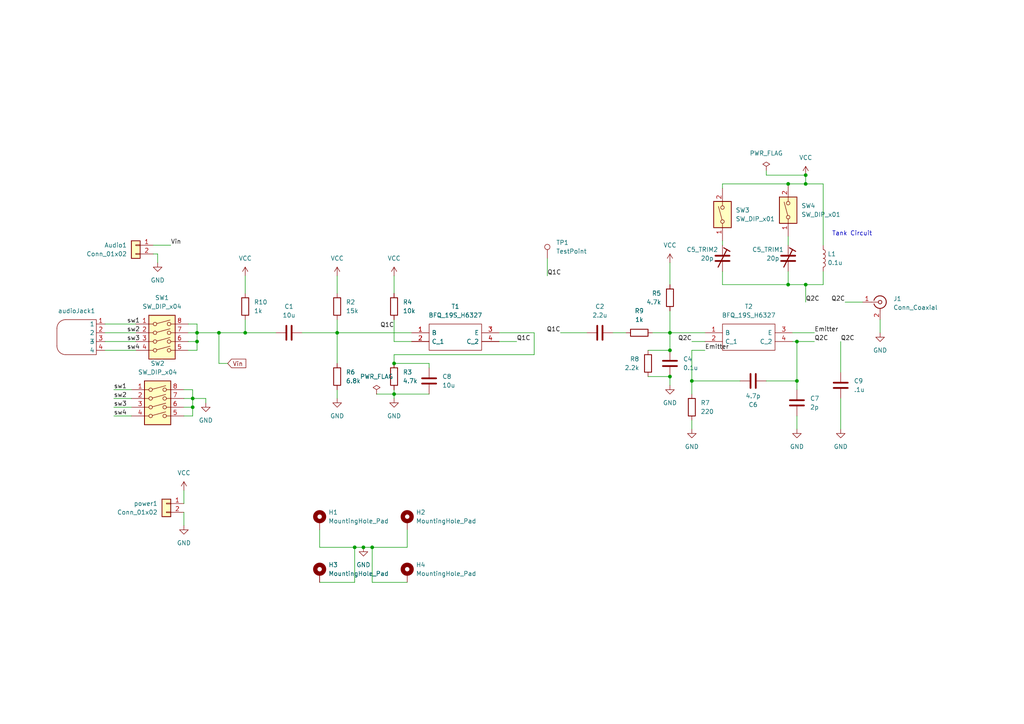
<source format=kicad_sch>
(kicad_sch (version 20230121) (generator eeschema)
  (paper "A4")
  (lib_symbols
    (symbol "BFQ_19S_H6327:BFQ_19S_H6327" (pin_names (offset 0.762))
      (property "Reference" "T" (at 21.59 7.62 0))
      (property "Value" "BFQ_19S_H6327" (at 21.59 5.08 0))
      (symbol "BFQ_19S_H6327_0_0"
        (pin passive line (at 0 0 0) (length 5.08) (name "B") (number "1"))
        (pin passive line (at 0 -2.54 0) (length 5.08) (name "C_1") (number "2"))
        (pin passive line (at 25.4 0 180) (length 5.08) (name "E") (number "3"))
        (pin passive line (at 25.4 -2.54 180) (length 5.08) (name "C_2") (number "4"))
      )
      (symbol "BFQ_19S_H6327_0_1"
        (polyline (pts (xy 5.08 2.54) (xy 20.32 2.54) (xy 20.32 -5.08) (xy 5.08 -5.08) (xy 5.08 2.54)) (stroke (width 0.1524)))
      )
    )
    (symbol "Connector:Conn_Coaxial" (pin_names (offset 1.016) hide)
      (property "Reference" "J" (at 0.254 3.048 0))
      (property "Value" "Conn_Coaxial" (at 2.921 0 90))
      (symbol "Conn_Coaxial_0_1"
        (arc (start -1.778 -0.508) (mid 0.2311 -1.8066) (end 1.778 0) (stroke (width 0.254)))
        (polyline (pts (xy -2.54 0) (xy -0.508 0)))
        (polyline (pts (xy 0 -2.54) (xy 0 -1.778)))
        (circle (center 0 0) (radius 0.508) (stroke (width 0.2032)))
        (arc (start 1.778 0) (mid 0.2099 1.8101) (end -1.778 0.508) (stroke (width 0.254)))
      )
      (symbol "Conn_Coaxial_1_1"
        (pin passive line (at -5.08 0 0) (length 2.54) (name "In") (number "1"))
        (pin passive line (at 0 -5.08 90) (length 2.54) (name "Ext") (number "2"))
      )
    )
    (symbol "Connector:TestPoint" (pin_numbers hide) (pin_names (offset 0.762) hide)
      (property "Reference" "TP" (at 0 6.858 0))
      (property "Value" "TestPoint" (at 0 5.08 0))
      (symbol "TestPoint_0_1"
        (circle (center 0 3.302) (radius 0.762))
      )
      (symbol "TestPoint_1_1"
        (pin passive line (at 0 0 90) (length 2.54) (name "1") (number "1"))
      )
    )
    (symbol "Connector_Generic:Conn_01x02" (pin_names (offset 1.016) hide)
      (property "Reference" "J" (at 0 2.54 0))
      (property "Value" "Conn_01x02" (at 0 -5.08 0))
      (symbol "Conn_01x02_1_1"
        (rectangle (start -1.27 -2.413) (end 0 -2.667) (stroke (width 0.1524)))
        (rectangle (start -1.27 0.127) (end 0 -0.127) (stroke (width 0.1524)))
        (rectangle (start -1.27 1.27) (end 1.27 -3.81) (stroke (width 0.254)) (fill (type background)))
        (pin passive line (at -5.08 0 0) (length 3.81) (name "Pin_1") (number "1"))
        (pin passive line (at -5.08 -2.54 0) (length 3.81) (name "Pin_2") (number "2"))
      )
    )
    (symbol "Device:C" (pin_numbers hide) (pin_names (offset 0.254))
      (property "Reference" "C" (at 0.635 2.54 0))
      (property "Value" "C" (at 0.635 -2.54 0))
      (symbol "C_0_1"
        (polyline (pts (xy -2.032 -0.762) (xy 2.032 -0.762)) (stroke (width 0.508)))
        (polyline (pts (xy -2.032 0.762) (xy 2.032 0.762)) (stroke (width 0.508)))
      )
      (symbol "C_1_1"
        (pin passive line (at 0 3.81 270) (length 2.794) (name "~") (number "1"))
        (pin passive line (at 0 -3.81 90) (length 2.794) (name "~") (number "2"))
      )
    )
    (symbol "Device:C_Trim" (pin_numbers hide) (pin_names (offset 0.254) hide)
      (property "Reference" "C" (at 1.524 -2.032 0))
      (property "Value" "C_Trim" (at 3.048 -3.556 0))
      (symbol "C_Trim_0_1"
        (polyline (pts (xy -2.032 -0.762) (xy 2.032 -0.762)) (stroke (width 0.508)))
        (polyline (pts (xy -2.032 0.762) (xy 2.032 0.762)) (stroke (width 0.508)))
        (polyline (pts (xy 1.27 2.54) (xy -1.27 -2.54)) (stroke (width 0.3048)))
        (polyline (pts (xy 1.27 2.54) (xy 0.381 3.048)) (stroke (width 0.3048)))
        (polyline (pts (xy 1.27 2.54) (xy 2.159 2.032)) (stroke (width 0.3048)))
      )
      (symbol "C_Trim_1_1"
        (pin passive line (at 0 3.81 270) (length 3.048) (name "~") (number "1"))
        (pin passive line (at 0 -3.81 90) (length 3.048) (name "~") (number "2"))
      )
    )
    (symbol "Device:L" (pin_numbers hide) (pin_names (offset 1.016) hide)
      (property "Reference" "L" (at -1.27 0 90))
      (property "Value" "L" (at 1.905 0 90))
      (symbol "L_0_1"
        (arc (start 0 -2.54) (mid 0.6323 -1.905) (end 0 -1.27))
        (arc (start 0 -1.27) (mid 0.6323 -0.635) (end 0 0))
        (arc (start 0 0) (mid 0.6323 0.635) (end 0 1.27))
        (arc (start 0 1.27) (mid 0.6323 1.905) (end 0 2.54))
      )
      (symbol "L_1_1"
        (pin passive line (at 0 3.81 270) (length 1.27) (name "1") (number "1"))
        (pin passive line (at 0 -3.81 90) (length 1.27) (name "2") (number "2"))
      )
    )
    (symbol "Device:R" (pin_numbers hide) (pin_names (offset 0))
      (property "Reference" "R" (at 2.032 0 90))
      (property "Value" "R" (at 0 0 90))
      (symbol "R_0_1"
        (rectangle (start -1.016 -2.54) (end 1.016 2.54) (stroke (width 0.254)))
      )
      (symbol "R_1_1"
        (pin passive line (at 0 3.81 270) (length 1.27) (name "~") (number "1"))
        (pin passive line (at 0 -3.81 90) (length 1.27) (name "~") (number "2"))
      )
    )
    (symbol "Mechanical:MountingHole_Pad" (pin_numbers hide) (pin_names (offset 1.016) hide)
      (property "Reference" "H" (at 0 6.35 0))
      (property "Value" "MountingHole_Pad" (at 0 4.445 0))
      (symbol "MountingHole_Pad_0_1"
        (circle (center 0 1.27) (radius 1.27) (stroke (width 1.27)))
      )
      (symbol "MountingHole_Pad_1_1"
        (pin input line (at 0 -2.54 90) (length 2.54) (name "1") (number "1"))
      )
    )
    (symbol "Switch:SW_DIP_x01" (pin_names (offset 0) hide)
      (property "Reference" "SW" (at 0 3.81 0))
      (property "Value" "SW_DIP_x01" (at 0 -3.81 0))
      (symbol "SW_DIP_x01_0_0"
        (circle (center -2.032 0) (radius 0.508))
        (polyline (pts (xy -1.524 0.127) (xy 2.3622 1.1684)))
        (circle (center 2.032 0) (radius 0.508))
      )
      (symbol "SW_DIP_x01_0_1"
        (rectangle (start -3.81 2.54) (end 3.81 -2.54) (stroke (width 0.254)) (fill (type background)))
      )
      (symbol "SW_DIP_x01_1_1"
        (pin passive line (at -7.62 0 0) (length 5.08) (name "~") (number "1"))
        (pin passive line (at 7.62 0 180) (length 5.08) (name "~") (number "2"))
      )
    )
    (symbol "Switch:SW_DIP_x04" (pin_names (offset 0) hide)
      (property "Reference" "SW" (at 0 8.89 0))
      (property "Value" "SW_DIP_x04" (at 0 -6.35 0))
      (symbol "SW_DIP_x04_0_0"
        (circle (center -2.032 -2.54) (radius 0.508))
        (circle (center -2.032 0) (radius 0.508))
        (circle (center -2.032 2.54) (radius 0.508))
        (circle (center -2.032 5.08) (radius 0.508))
        (polyline (pts (xy -1.524 -2.3876) (xy 2.3622 -1.3462)))
        (polyline (pts (xy -1.524 0.127) (xy 2.3622 1.1684)))
        (polyline (pts (xy -1.524 2.667) (xy 2.3622 3.7084)))
        (polyline (pts (xy -1.524 5.207) (xy 2.3622 6.2484)))
        (circle (center 2.032 -2.54) (radius 0.508))
        (circle (center 2.032 0) (radius 0.508))
        (circle (center 2.032 2.54) (radius 0.508))
        (circle (center 2.032 5.08) (radius 0.508))
      )
      (symbol "SW_DIP_x04_0_1"
        (rectangle (start -3.81 7.62) (end 3.81 -5.08) (stroke (width 0.254)) (fill (type background)))
      )
      (symbol "SW_DIP_x04_1_1"
        (pin passive line (at -7.62 5.08 0) (length 5.08) (name "~") (number "1"))
        (pin passive line (at -7.62 2.54 0) (length 5.08) (name "~") (number "2"))
        (pin passive line (at -7.62 0 0) (length 5.08) (name "~") (number "3"))
        (pin passive line (at -7.62 -2.54 0) (length 5.08) (name "~") (number "4"))
        (pin passive line (at 7.62 -2.54 180) (length 5.08) (name "~") (number "5"))
        (pin passive line (at 7.62 0 180) (length 5.08) (name "~") (number "6"))
        (pin passive line (at 7.62 2.54 180) (length 5.08) (name "~") (number "7"))
        (pin passive line (at 7.62 5.08 180) (length 5.08) (name "~") (number "8"))
      )
    )
    (symbol "audio_jack_3.5mm:audio_jack"
      (property "Reference" "audioJack" (at 0 0 0))
      (symbol "audio_jack_0_1"
        (arc (start -5.7148 3.8102) (mid -4.9709 2.0141) (end -3.1748 1.2702))
        (arc (start -3.175 11.43) (mid -4.9711 10.6861) (end -5.715 8.89))
        (polyline (pts (xy -5.715 8.89) (xy -5.715 3.81)))
        (polyline (pts (xy -3.175 1.27) (xy 5.715 1.27) (xy 5.715 11.43) (xy -3.175 11.43)))
      )
      (symbol "audio_jack_1_1"
        (pin output line (at 8.255 10.16 180) (length 2.54) (name "1") (number "1"))
        (pin output line (at 8.255 7.62 180) (length 2.54) (name "2") (number "2"))
        (pin output line (at 8.255 5.08 180) (length 2.54) (name "3") (number "3"))
        (pin output line (at 8.255 2.54 180) (length 2.54) (name "4") (number "4"))
      )
    )
    (symbol "power:GND" (power) (pin_names (offset 0))
      (property "Value" "GND" (at 0 -3.81 0))
      (symbol "GND_0_1"
        (polyline (pts (xy 0 0) (xy 0 -1.27) (xy 1.27 -1.27) (xy 0 -2.54) (xy -1.27 -1.27) (xy 0 -1.27)))
      )
      (symbol "GND_1_1"
        (pin power_in line (at 0 0 270) (length 0) hide (name "GND") (number "1"))
      )
    )
    (symbol "power:PWR_FLAG" (power) (pin_numbers hide) (pin_names (offset 0) hide)
      (property "Value" "PWR_FLAG" (at 0 3.81 0))
      (symbol "PWR_FLAG_0_0"
        (pin power_out line (at 0 0 90) (length 0) (name "pwr") (number "1"))
      )
      (symbol "PWR_FLAG_0_1"
        (polyline (pts (xy 0 0) (xy 0 1.27) (xy -1.016 1.905) (xy 0 2.54) (xy 1.016 1.905) (xy 0 1.27)))
      )
    )
    (symbol "power:VCC" (power) (pin_names (offset 0))
      (property "Value" "VCC" (at 0 3.81 0))
      (symbol "VCC_0_1"
        (polyline (pts (xy -0.762 1.27) (xy 0 2.54)))
        (polyline (pts (xy 0 0) (xy 0 2.54)))
        (polyline (pts (xy 0 2.54) (xy 0.762 1.27)))
      )
      (symbol "VCC_1_1"
        (pin power_in line (at 0 0 90) (length 0) hide (name "VCC") (number "1"))
      )
    )
  )
  (junction (at 194.31 96.52))
  (junction (at 114.3 105.41))
  (junction (at 233.68 82.55))
  (junction (at 228.6 53.34))
  (junction (at 231.14 110.49))
  (junction (at 114.3 114.3))
  (junction (at 102.87 158.75))
  (junction (at 233.68 53.34))
  (junction (at 194.31 109.22))
  (junction (at 231.14 99.06))
  (junction (at 105.41 158.75))
  (junction (at 55.88 118.11))
  (junction (at 97.79 96.52))
  (junction (at 233.68 50.8))
  (junction (at 63.5 96.52))
  (junction (at 57.15 99.06))
  (junction (at 57.15 96.52))
  (junction (at 55.88 115.57))
  (junction (at 107.95 158.75))
  (junction (at 194.31 101.6))
  (junction (at 71.12 96.52))
  (junction (at 228.6 82.55))
  (junction (at 200.66 110.49))
  (wire (pts (xy 54.61 101.6) (xy 57.15 101.6)))
  (wire (pts (xy 57.15 96.52) (xy 63.5 96.52)))
  (wire (pts (xy 57.15 93.98) (xy 57.15 96.52)))
  (wire (pts (xy 97.79 113.03) (xy 97.79 115.57)))
  (wire (pts (xy 55.88 115.57) (xy 55.88 118.11)))
  (wire (pts (xy 162.56 96.52) (xy 170.18 96.52)))
  (wire (pts (xy 30.48 93.98) (xy 39.37 93.98)))
  (wire (pts (xy 30.48 101.6) (xy 39.37 101.6)))
  (wire (pts (xy 194.31 96.52) (xy 204.47 96.52)))
  (wire (pts (xy 231.14 99.06) (xy 236.22 99.06)))
  (wire (pts (xy 92.71 158.75) (xy 102.87 158.75)))
  (wire (pts (xy 57.15 96.52) (xy 57.15 99.06)))
  (wire (pts (xy 228.6 53.34) (xy 233.68 53.34)))
  (wire (pts (xy 209.55 82.55) (xy 228.6 82.55)))
  (wire (pts (xy 44.45 73.66) (xy 45.72 73.66)))
  (wire (pts (xy 114.3 105.41) (xy 124.46 105.41)))
  (wire (pts (xy 66.04 105.41) (xy 63.5 105.41)))
  (wire (pts (xy 154.94 96.52) (xy 154.94 102.87)))
  (wire (pts (xy 194.31 90.17) (xy 194.31 96.52)))
  (wire (pts (xy 209.55 53.34) (xy 228.6 53.34)))
  (wire (pts (xy 233.68 82.55) (xy 228.6 82.55)))
  (wire (pts (xy 200.66 99.06) (xy 204.47 99.06)))
  (wire (pts (xy 33.02 115.57) (xy 38.1 115.57)))
  (wire (pts (xy 177.8 96.52) (xy 181.61 96.52)))
  (wire (pts (xy 53.34 115.57) (xy 55.88 115.57)))
  (wire (pts (xy 114.3 113.03) (xy 114.3 114.3)))
  (wire (pts (xy 57.15 96.52) (xy 54.61 96.52)))
  (wire (pts (xy 59.69 116.84) (xy 59.69 115.57)))
  (wire (pts (xy 57.15 101.6) (xy 57.15 99.06)))
  (wire (pts (xy 209.55 69.85) (xy 209.55 71.12)))
  (wire (pts (xy 187.96 109.22) (xy 194.31 109.22)))
  (wire (pts (xy 71.12 96.52) (xy 71.12 92.71)))
  (wire (pts (xy 30.48 99.06) (xy 39.37 99.06)))
  (wire (pts (xy 63.5 105.41) (xy 63.5 96.52)))
  (wire (pts (xy 233.68 82.55) (xy 233.68 87.63)))
  (wire (pts (xy 107.95 158.75) (xy 105.41 158.75)))
  (wire (pts (xy 71.12 80.01) (xy 71.12 85.09)))
  (wire (pts (xy 97.79 96.52) (xy 97.79 105.41)))
  (wire (pts (xy 209.55 78.74) (xy 209.55 82.55)))
  (wire (pts (xy 55.88 118.11) (xy 55.88 120.65)))
  (wire (pts (xy 107.95 168.91) (xy 107.95 158.75)))
  (wire (pts (xy 233.68 50.8) (xy 233.68 53.34)))
  (wire (pts (xy 102.87 168.91) (xy 102.87 158.75)))
  (wire (pts (xy 222.25 110.49) (xy 231.14 110.49)))
  (wire (pts (xy 87.63 96.52) (xy 97.79 96.52)))
  (wire (pts (xy 189.23 96.52) (xy 194.31 96.52)))
  (wire (pts (xy 233.68 53.34) (xy 238.76 53.34)))
  (wire (pts (xy 97.79 92.71) (xy 97.79 96.52)))
  (wire (pts (xy 228.6 82.55) (xy 228.6 78.74)))
  (wire (pts (xy 114.3 114.3) (xy 114.3 115.57)))
  (wire (pts (xy 200.66 101.6) (xy 204.47 101.6)))
  (wire (pts (xy 124.46 106.68) (xy 124.46 105.41)))
  (wire (pts (xy 92.71 153.67) (xy 92.71 158.75)))
  (wire (pts (xy 222.25 49.53) (xy 222.25 50.8)))
  (wire (pts (xy 114.3 92.71) (xy 114.3 99.06)))
  (wire (pts (xy 102.87 158.75) (xy 105.41 158.75)))
  (wire (pts (xy 118.11 158.75) (xy 107.95 158.75)))
  (wire (pts (xy 194.31 96.52) (xy 194.31 101.6)))
  (wire (pts (xy 222.25 50.8) (xy 233.68 50.8)))
  (wire (pts (xy 229.87 99.06) (xy 231.14 99.06)))
  (wire (pts (xy 53.34 120.65) (xy 55.88 120.65)))
  (wire (pts (xy 231.14 99.06) (xy 231.14 110.49)))
  (wire (pts (xy 200.66 110.49) (xy 214.63 110.49)))
  (wire (pts (xy 229.87 96.52) (xy 236.22 96.52)))
  (wire (pts (xy 154.94 96.52) (xy 144.78 96.52)))
  (wire (pts (xy 118.11 153.67) (xy 118.11 158.75)))
  (wire (pts (xy 53.34 148.59) (xy 53.34 152.4)))
  (wire (pts (xy 187.96 101.6) (xy 194.31 101.6)))
  (wire (pts (xy 144.78 99.06) (xy 149.86 99.06)))
  (wire (pts (xy 231.14 120.65) (xy 231.14 124.46)))
  (wire (pts (xy 33.02 113.03) (xy 38.1 113.03)))
  (wire (pts (xy 55.88 113.03) (xy 55.88 115.57)))
  (wire (pts (xy 238.76 53.34) (xy 238.76 71.12)))
  (wire (pts (xy 53.34 142.24) (xy 53.34 146.05)))
  (wire (pts (xy 228.6 68.58) (xy 228.6 71.12)))
  (wire (pts (xy 59.69 115.57) (xy 55.88 115.57)))
  (wire (pts (xy 238.76 78.74) (xy 238.76 82.55)))
  (wire (pts (xy 92.71 168.91) (xy 102.87 168.91)))
  (wire (pts (xy 44.45 71.12) (xy 49.53 71.12)))
  (wire (pts (xy 200.66 121.92) (xy 200.66 124.46)))
  (wire (pts (xy 63.5 96.52) (xy 71.12 96.52)))
  (wire (pts (xy 243.84 115.57) (xy 243.84 124.46)))
  (wire (pts (xy 238.76 82.55) (xy 233.68 82.55)))
  (wire (pts (xy 114.3 80.01) (xy 114.3 85.09)))
  (wire (pts (xy 30.48 96.52) (xy 39.37 96.52)))
  (wire (pts (xy 255.27 92.71) (xy 255.27 96.52)))
  (wire (pts (xy 97.79 96.52) (xy 119.38 96.52)))
  (wire (pts (xy 54.61 93.98) (xy 57.15 93.98)))
  (wire (pts (xy 118.11 168.91) (xy 107.95 168.91)))
  (wire (pts (xy 114.3 99.06) (xy 119.38 99.06)))
  (wire (pts (xy 194.31 109.22) (xy 194.31 111.76)))
  (wire (pts (xy 109.22 114.3) (xy 114.3 114.3)))
  (wire (pts (xy 209.55 54.61) (xy 209.55 53.34)))
  (wire (pts (xy 231.14 110.49) (xy 231.14 113.03)))
  (wire (pts (xy 114.3 114.3) (xy 124.46 114.3)))
  (wire (pts (xy 33.02 118.11) (xy 38.1 118.11)))
  (wire (pts (xy 45.72 73.66) (xy 45.72 76.2)))
  (wire (pts (xy 114.3 105.41) (xy 114.3 102.87)))
  (wire (pts (xy 245.11 87.63) (xy 250.19 87.63)))
  (wire (pts (xy 158.75 74.93) (xy 158.75 80.01)))
  (wire (pts (xy 97.79 80.01) (xy 97.79 85.09)))
  (wire (pts (xy 54.61 99.06) (xy 57.15 99.06)))
  (wire (pts (xy 194.31 76.2) (xy 194.31 82.55)))
  (wire (pts (xy 80.01 96.52) (xy 71.12 96.52)))
  (wire (pts (xy 243.84 99.06) (xy 243.84 107.95)))
  (wire (pts (xy 53.34 118.11) (xy 55.88 118.11)))
  (wire (pts (xy 33.02 120.65) (xy 38.1 120.65)))
  (wire (pts (xy 200.66 110.49) (xy 200.66 101.6)))
  (wire (pts (xy 53.34 113.03) (xy 55.88 113.03)))
  (wire (pts (xy 200.66 114.3) (xy 200.66 110.49)))
  (wire (pts (xy 114.3 102.87) (xy 154.94 102.87)))
  (text "Tank Circuit" (at 241.3 68.58 0) (effects (font (size 1.27 1.27)) (justify left bottom)))
  (label "sw4" (at 36.83 101.6 0))
  (label "Q2C" (at 236.22 99.06 0))
  (label "Q1C" (at 149.86 99.06 0))
  (label "Q1C" (at 162.56 96.52 180))
  (label "sw3" (at 33.02 118.11 0))
  (label "sw1" (at 36.83 93.98 0))
  (label "sw2" (at 36.83 96.52 0))
  (label "Q2C" (at 200.66 99.06 180))
  (label "sw3" (at 36.83 99.06 0))
  (label "Q2C" (at 233.68 87.63 0))
  (label "Vin" (at 49.53 71.12 0))
  (label "Q1C" (at 114.3 95.25 180))
  (label "sw4" (at 33.02 120.65 0))
  (label "Emitter" (at 236.22 96.52 0))
  (label "Q2C" (at 245.11 87.63 180))
  (label "sw1" (at 33.02 113.03 0))
  (label "Emitter" (at 204.47 101.6 0))
  (label "sw2" (at 33.02 115.57 0))
  (label "Q1C" (at 158.75 80.01 0))
  (label "Q2C" (at 243.84 99.06 0))
  (global_label "Vin" (shape input) (at 66.04 105.41 0) (property "Intersheetrefs" "${INTERSHEET_REFS}" (effects hide)))
  (symbol (lib_id "power:GND") (at 105.41 158.75 0) (unit 1)
    (property "Reference" "#PWR017" (effects hide))
    (property "Value" "GND" (at 105.41 163.83 0))
  )
  (symbol (lib_id "power:GND") (at 97.79 115.57 0) (unit 1)
    (property "Reference" "#PWR09" (effects hide))
    (property "Value" "GND" (at 97.79 120.65 0))
  )
  (symbol (lib_id "Device:R") (at 97.79 88.9 0) (unit 1)
    (property "Reference" "R2" (at 100.33 87.63 0) (effects (justify left)))
    (property "Value" "15k" (at 100.33 90.17 0) (effects (justify left)))
    (property "Footprint" "Resistor_SMD:R_2512_6332Metric" (effects hide))
  )
  (symbol (lib_id "power:GND") (at 231.14 124.46 0) (unit 1)
    (property "Reference" "#PWR02" (effects hide))
    (property "Value" "GND" (at 231.14 129.54 0))
  )
  (symbol (lib_id "power:GND") (at 45.72 76.2 0) (unit 1)
    (property "Reference" "#PWR016" (effects hide))
    (property "Value" "GND" (at 45.72 81.28 0))
  )
  (symbol (lib_id "BFQ_19S_H6327:BFQ_19S_H6327") (at 119.38 96.52 0) (unit 1)
    (property "Reference" "T1" (at 132.08 88.9 0))
    (property "Value" "BFQ_19S_H6327" (at 132.08 91.44 0))
    (property "Footprint" "BFQ_19S_H6327:BFQ19SH6327" (effects hide))
    (property "Datasheet" "https://www.infineon.com/dgdl/Infineon-BFQ19S-DS-v01_01-en.pdf?fileId=db3a30431400ef6801142683f6870630" (effects hide))
    (property "Description" "Bipolar Transistors - BJT RF BIP TRANSISTORS" (effects hide))
    (property "Height" "1" (effects hide))
    (property "Mouser Part Number" "726-BFQ19SH6327" (effects hide))
    (property "Mouser Price/Stock" "https://www.mouser.co.uk/ProductDetail/Infineon-Technologies/BFQ-19S-H6327?qs=Pe%252BQutreuAJlI3dCXIfW3g%3D%3D" (effects hide))
    (property "Manufacturer_Name" "Infineon" (effects hide))
    (property "Manufacturer_Part_Number" "BFQ 19S H6327" (effects hide))
  )
  (symbol (lib_id "Connector:TestPoint") (at 158.75 74.93 0) (unit 1)
    (property "Reference" "TP1" (at 161.29 70.358 0) (effects (justify left)))
    (property "Value" "TestPoint" (at 161.29 72.898 0) (effects (justify left)))
    (property "Footprint" "TestPoint:TestPoint_Pad_2.0x2.0mm" (effects hide))
  )
  (symbol (lib_id "Connector_Generic:Conn_01x02") (at 48.26 146.05 0) (mirror y) (unit 1)
    (property "Reference" "power1" (at 45.72 146.05 0) (effects (justify left)))
    (property "Value" "Conn_01x02" (at 45.72 148.59 0) (effects (justify left)))
    (property "Footprint" "Connector_PinHeader_2.54mm:PinHeader_1x02_P2.54mm_Vertical" (effects hide))
  )
  (symbol (lib_id "power:VCC") (at 53.34 142.24 0) (unit 1)
    (property "Reference" "#PWR04" (effects hide))
    (property "Value" "VCC" (at 53.34 137.16 0))
  )
  (symbol (lib_id "Mechanical:MountingHole_Pad") (at 92.71 151.13 0) (unit 1)
    (property "Reference" "H1" (at 95.25 148.59 0) (effects (justify left)))
    (property "Value" "MountingHole_Pad" (at 95.25 151.13 0) (effects (justify left)))
    (property "Footprint" "MountingHole:MountingHole_3.2mm_M3_Pad_Via" (effects hide))
  )
  (symbol (lib_id "BFQ_19S_H6327:BFQ_19S_H6327") (at 204.47 96.52 0) (unit 1)
    (property "Reference" "T2" (at 217.17 88.9 0))
    (property "Value" "BFQ_19S_H6327" (at 217.17 91.44 0))
    (property "Footprint" "BFQ_19S_H6327:BFQ19SH6327" (effects hide))
    (property "Datasheet" "https://www.infineon.com/dgdl/Infineon-BFQ19S-DS-v01_01-en.pdf?fileId=db3a30431400ef6801142683f6870630" (effects hide))
    (property "Description" "Bipolar Transistors - BJT RF BIP TRANSISTORS" (effects hide))
    (property "Height" "1" (effects hide))
    (property "Mouser Part Number" "726-BFQ19SH6327" (effects hide))
    (property "Mouser Price/Stock" "https://www.mouser.co.uk/ProductDetail/Infineon-Technologies/BFQ-19S-H6327?qs=Pe%252BQutreuAJlI3dCXIfW3g%3D%3D" (effects hide))
    (property "Manufacturer_Name" "Infineon" (effects hide))
    (property "Manufacturer_Part_Number" "BFQ 19S H6327" (effects hide))
  )
  (symbol (lib_id "power:GND") (at 243.84 124.46 0) (unit 1)
    (property "Reference" "#PWR06" (effects hide))
    (property "Value" "GND" (at 243.84 129.54 0))
  )
  (symbol (lib_id "power:VCC") (at 114.3 80.01 0) (unit 1)
    (property "Reference" "#PWR010" (effects hide))
    (property "Value" "VCC" (at 114.3 74.93 0))
  )
  (symbol (lib_id "power:GND") (at 114.3 115.57 0) (unit 1)
    (property "Reference" "#PWR011" (effects hide))
    (property "Value" "GND" (at 114.3 120.65 0))
  )
  (symbol (lib_id "Device:R") (at 97.79 109.22 0) (unit 1)
    (property "Reference" "R6" (at 100.33 107.95 0) (effects (justify left)))
    (property "Value" "6.8k" (at 100.33 110.49 0) (effects (justify left)))
    (property "Footprint" "Resistor_SMD:R_2512_6332Metric" (effects hide))
  )
  (symbol (lib_id "power:PWR_FLAG") (at 109.22 114.3 0) (unit 1)
    (property "Reference" "#FLG01" (effects hide))
    (property "Value" "PWR_FLAG" (at 109.22 109.22 0))
  )
  (symbol (lib_id "power:VCC") (at 233.68 50.8 0) (unit 1)
    (property "Reference" "#PWR014" (effects hide))
    (property "Value" "VCC" (at 233.68 45.72 0))
  )
  (symbol (lib_id "power:GND") (at 255.27 96.52 0) (unit 1)
    (property "Reference" "#PWR015" (effects hide))
    (property "Value" "GND" (at 255.27 101.6 0))
  )
  (symbol (lib_id "Device:C") (at 83.82 96.52 90) (unit 1)
    (property "Reference" "C1" (at 83.82 88.9 90))
    (property "Value" "10u" (at 83.82 91.44 90))
    (property "Footprint" "Capacitor_SMD:C_0805_2012Metric" (effects hide))
  )
  (symbol (lib_id "power:GND") (at 59.69 116.84 0) (unit 1)
    (property "Reference" "#PWR03" (effects hide))
    (property "Value" "GND" (at 59.69 121.92 0))
  )
  (symbol (lib_id "Switch:SW_DIP_x01") (at 228.6 60.96 90) (unit 1)
    (property "Reference" "SW4" (at 232.41 59.69 90) (effects (justify right)))
    (property "Value" "SW_DIP_x01" (at 232.41 62.23 90) (effects (justify right)))
    (property "Footprint" "Button_Switch_THT:SW_DIP_SPSTx01_Slide_9.78x4.72mm_W7.62mm_P2.54mm" (effects hide))
  )
  (symbol (lib_id "Device:C_Trim") (at 209.55 74.93 0) (unit 1)
    (property "Reference" "C5_TRIM2" (at 208.28 72.39 0) (effects (justify right)))
    (property "Value" "20p" (at 207.01 74.93 0) (effects (justify right)))
    (property "Footprint" "Capacitor_THT:trimmer_cap_through_hole" (effects hide))
  )
  (symbol (lib_id "Device:R") (at 194.31 86.36 0) (mirror y) (unit 1)
    (property "Reference" "R5" (at 191.77 85.09 0) (effects (justify left)))
    (property "Value" "4.7k" (at 191.77 87.63 0) (effects (justify left)))
    (property "Footprint" "Resistor_SMD:R_2512_6332Metric" (effects hide))
    (property "Sim.Device" "R" (effects hide))
    (property "Sim.Pins" "1=+ 2=-" (effects hide))
  )
  (symbol (lib_id "Mechanical:MountingHole_Pad") (at 118.11 166.37 0) (unit 1)
    (property "Reference" "H4" (at 120.65 163.83 0) (effects (justify left)))
    (property "Value" "MountingHole_Pad" (at 120.65 166.37 0) (effects (justify left)))
    (property "Footprint" "MountingHole:MountingHole_3.2mm_M3_Pad_Via" (effects hide))
  )
  (symbol (lib_id "Device:L") (at 238.76 74.93 0) (unit 1)
    (property "Reference" "L1" (at 240.03 73.66 0) (effects (justify left)))
    (property "Value" "0.1u" (at 240.03 76.2 0) (effects (justify left)))
    (property "Footprint" "Inductor_SMD:L_0603_1608Metric" (effects hide))
  )
  (symbol (lib_id "Device:R") (at 71.12 88.9 0) (unit 1)
    (property "Reference" "R10" (at 73.66 87.63 0) (effects (justify left)))
    (property "Value" "1k" (at 73.66 90.17 0) (effects (justify left)))
    (property "Footprint" "Resistor_SMD:R_2512_6332Metric" (effects hide))
    (property "Datasheet" "https://wmsc.lcsc.com/wmsc/upload/file/pdf/v2/lcsc/2206010030_UNI-ROYAL-Uniroyal-Elec-25121WJ0102T4E_C31885.pdf" (effects hide))
  )
  (symbol (lib_id "Device:R") (at 114.3 109.22 0) (unit 1)
    (property "Reference" "R3" (at 116.84 107.95 0) (effects (justify left)))
    (property "Value" "4.7k" (at 116.84 110.49 0) (effects (justify left)))
    (property "Footprint" "Resistor_SMD:R_2512_6332Metric" (effects hide))
  )
  (symbol (lib_id "Connector_Generic:Conn_01x02") (at 39.37 71.12 0) (mirror y) (unit 1)
    (property "Reference" "Audio1" (at 36.83 71.12 0) (effects (justify left)))
    (property "Value" "Conn_01x02" (at 36.83 73.66 0) (effects (justify left)))
    (property "Footprint" "Connector_PinHeader_2.54mm:PinHeader_1x02_P2.54mm_Vertical" (effects hide))
  )
  (symbol (lib_id "Device:C") (at 243.84 111.76 0) (unit 1)
    (property "Reference" "C9" (at 247.65 110.49 0) (effects (justify left)))
    (property "Value" ".1u" (at 247.65 113.03 0) (effects (justify left)))
    (property "Footprint" "Capacitor_SMD:C_0603_1608Metric" (effects hide))
  )
  (symbol (lib_id "Switch:SW_DIP_x01") (at 209.55 62.23 90) (unit 1)
    (property "Reference" "SW3" (at 213.36 60.96 90) (effects (justify right)))
    (property "Value" "SW_DIP_x01" (at 213.36 63.5 90) (effects (justify right)))
    (property "Footprint" "Button_Switch_THT:SW_DIP_SPSTx01_Slide_9.78x4.72mm_W7.62mm_P2.54mm" (effects hide))
  )
  (symbol (lib_id "power:VCC") (at 194.31 76.2 0) (unit 1)
    (property "Reference" "#PWR012" (effects hide))
    (property "Value" "VCC" (at 194.31 71.12 0))
  )
  (symbol (lib_id "Device:R") (at 185.42 96.52 90) (unit 1)
    (property "Reference" "R9" (at 185.42 90.17 90))
    (property "Value" "1k" (at 185.42 92.71 90))
    (property "Footprint" "Resistor_SMD:R_2512_6332Metric" (effects hide))
  )
  (symbol (lib_id "Switch:SW_DIP_x04") (at 46.99 99.06 0) (unit 1)
    (property "Reference" "SW1" (at 46.99 86.36 0))
    (property "Value" "SW_DIP_x04" (at 46.99 88.9 0))
    (property "Footprint" "Button_Switch_THT:SW_DIP_SPSTx04_Slide_9.78x12.34mm_W7.62mm_P2.54mm" (effects hide))
  )
  (symbol (lib_id "power:PWR_FLAG") (at 222.25 49.53 0) (unit 1)
    (property "Reference" "#FLG02" (effects hide))
    (property "Value" "PWR_FLAG" (at 222.25 44.45 0))
  )
  (symbol (lib_id "power:GND") (at 194.31 111.76 0) (unit 1)
    (property "Reference" "#PWR01" (effects hide))
    (property "Value" "GND" (at 194.31 116.84 0))
  )
  (symbol (lib_id "Mechanical:MountingHole_Pad") (at 118.11 151.13 0) (unit 1)
    (property "Reference" "H2" (at 120.65 148.59 0) (effects (justify left)))
    (property "Value" "MountingHole_Pad" (at 120.65 151.13 0) (effects (justify left)))
    (property "Footprint" "MountingHole:MountingHole_3.2mm_M3_Pad_Via" (effects hide))
  )
  (symbol (lib_id "power:VCC") (at 97.79 80.01 0) (unit 1)
    (property "Reference" "#PWR08" (effects hide))
    (property "Value" "VCC" (at 97.79 74.93 0))
  )
  (symbol (lib_id "power:GND") (at 53.34 152.4 0) (unit 1)
    (property "Reference" "#PWR05" (effects hide))
    (property "Value" "GND" (at 53.34 157.48 0))
  )
  (symbol (lib_id "Device:C") (at 218.44 110.49 270) (unit 1)
    (property "Reference" "C6" (at 218.44 118.11 90) (effects (justify bottom)))
    (property "Value" "4.7p" (at 218.44 115.57 90) (effects (justify bottom)))
    (property "Footprint" "Capacitor_SMD:C_0603_1608Metric" (effects hide))
  )
  (symbol (lib_id "Device:C_Trim") (at 228.6 74.93 0) (unit 1)
    (property "Reference" "C5_TRIM1" (at 227.33 72.39 0) (effects (justify right)))
    (property "Value" "20p" (at 226.06 74.93 0) (effects (justify right)))
    (property "Footprint" "Capacitor_THT:trimmer_cap_through_hole" (effects hide))
  )
  (symbol (lib_id "audio_jack_3.5mm:audio_jack") (at 22.225 104.14 0) (unit 1)
    (property "Reference" "audioJack1" (at 22.225 90.17 0))
    (property "Value" "~" (at 26.67 99.06 0))
    (property "Footprint" "Audio_Module:audio_jack_3.5mm" (effects hide))
  )
  (symbol (lib_id "Connector:Conn_Coaxial") (at 255.27 87.63 0) (unit 1)
    (property "Reference" "J1" (at 259.08 86.6532 0) (effects (justify left)))
    (property "Value" "Conn_Coaxial" (at 259.08 89.1932 0) (effects (justify left)))
    (property "Footprint" "Connector_Coaxial:SMA_Amphenol_132134_Vertical" (effects hide))
    (property "Datasheet" " ~" (effects hide))
  )
  (symbol (lib_id "Switch:SW_DIP_x04") (at 45.72 118.11 0) (unit 1)
    (property "Reference" "SW2" (at 45.72 105.41 0))
    (property "Value" "SW_DIP_x04" (at 45.72 107.95 0))
    (property "Footprint" "Button_Switch_THT:SW_DIP_SPSTx04_Slide_9.78x12.34mm_W7.62mm_P2.54mm" (effects hide))
  )
  (symbol (lib_id "Device:C") (at 124.46 110.49 0) (unit 1)
    (property "Reference" "C8" (at 128.27 109.22 0) (effects (justify left)))
    (property "Value" "10u" (at 128.27 111.76 0) (effects (justify left)))
    (property "Footprint" "Capacitor_SMD:C_0805_2012Metric" (effects hide))
  )
  (symbol (lib_id "Device:R") (at 114.3 88.9 0) (unit 1)
    (property "Reference" "R4" (at 116.84 87.63 0) (effects (justify left)))
    (property "Value" "10k" (at 116.84 90.17 0) (effects (justify left)))
    (property "Footprint" "Resistor_SMD:R_2512_6332Metric" (effects hide))
  )
  (symbol (lib_id "Device:C") (at 194.31 105.41 0) (unit 1)
    (property "Reference" "C4" (at 198.12 104.14 0) (effects (justify left)))
    (property "Value" "0.1u" (at 198.12 106.68 0) (effects (justify left)))
    (property "Footprint" "Capacitor_SMD:C_0603_1608Metric" (effects hide))
  )
  (symbol (lib_id "power:VCC") (at 71.12 80.01 0) (unit 1)
    (property "Reference" "#PWR07" (effects hide))
    (property "Value" "VCC" (at 71.12 74.93 0))
  )
  (symbol (lib_id "Device:C") (at 173.99 96.52 90) (unit 1)
    (property "Reference" "C2" (at 173.99 88.9 90))
    (property "Value" "2.2u" (at 173.99 91.44 90))
    (property "Footprint" "Capacitor_SMD:C_0603_1608Metric" (effects hide))
  )
  (symbol (lib_id "Mechanical:MountingHole_Pad") (at 92.71 166.37 0) (unit 1)
    (property "Reference" "H3" (at 95.25 163.83 0) (effects (justify left)))
    (property "Value" "MountingHole_Pad" (at 95.25 166.37 0) (effects (justify left)))
    (property "Footprint" "MountingHole:MountingHole_3.2mm_M3_Pad_Via" (effects hide))
  )
  (symbol (lib_id "power:GND") (at 200.66 124.46 0) (unit 1)
    (property "Reference" "#PWR013" (effects hide))
    (property "Value" "GND" (at 200.66 129.54 0))
  )
  (symbol (lib_id "Device:R") (at 200.66 118.11 0) (unit 1)
    (property "Reference" "R7" (at 203.2 116.84 0) (effects (justify left)))
    (property "Value" "220" (at 203.2 119.38 0) (effects (justify left)))
    (property "Footprint" "Resistor_SMD:R_2512_6332Metric" (effects hide))
  )
  (symbol (lib_id "Device:C") (at 231.14 116.84 0) (unit 1)
    (property "Reference" "C7" (at 234.95 115.57 0) (effects (justify left)))
    (property "Value" "2p" (at 234.95 118.11 0) (effects (justify left)))
    (property "Footprint" "Capacitor_SMD:C_0603_1608Metric" (effects hide))
  )
  (symbol (lib_id "Device:R") (at 187.96 105.41 0) (mirror y) (unit 1)
    (property "Reference" "R8" (at 185.42 104.14 0) (effects (justify left)))
    (property "Value" "2.2k" (at 185.42 106.68 0) (effects (justify left)))
    (property "Footprint" "Resistor_SMD:R_2512_6332Metric" (effects hide))
    (property "Sim.Device" "R" (effects hide))
    (property "Sim.Pins" "1=+ 2=-" (effects hide))
  )
)
</source>
